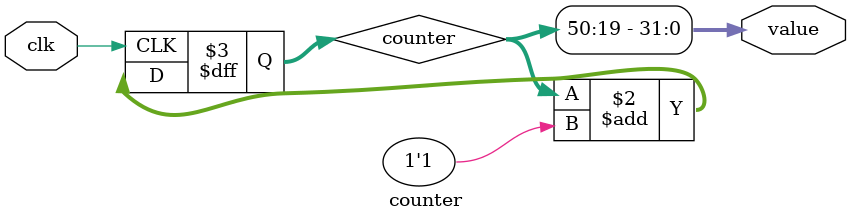
<source format=sv>
`timescale 1ns / 1ps

//A counter module to drive an 8 bit display
module counter(
    input wire clk, 
    output logic [31:0] value
    );
    
    //size of this logic is dependent on timing 
    //semantics of the 8 bit display
    logic[60:0] counter; 
    
    always_ff @(posedge clk)
	   counter <= counter + 1'b1;
       
    assign value[31:0] = counter[50:19]; 
    
endmodule

</source>
